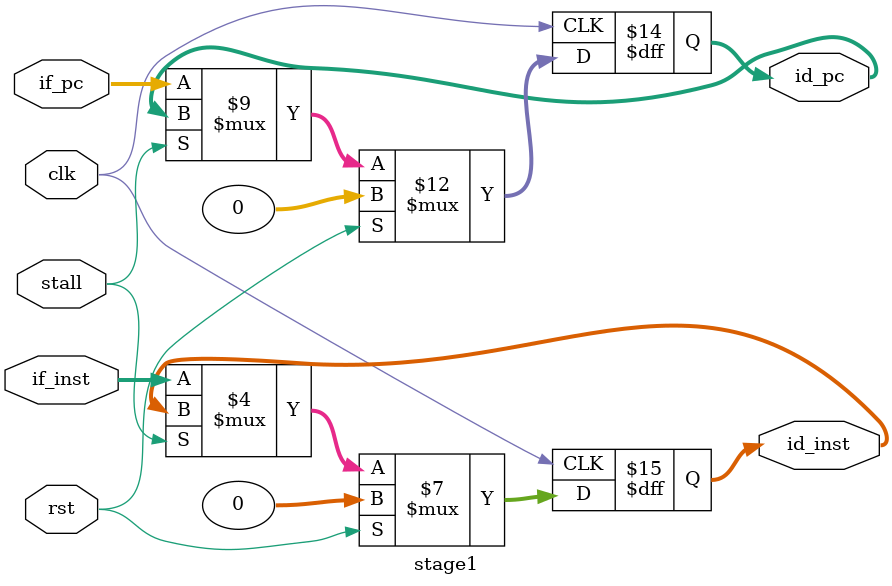
<source format=v>
/*
 * File:         e:\NSCSCC\GMIPS\thinpad_top.srcs\sources_1\GMIPS\stage1
 * Project:      e:\NSCSCC\GMIPS\thinpad_top.srcs\sources_1\GMIPS
 * Created Date: 2024-07-12 09:58:05
 * Author:       Tommy Gong
 * description:  
 * ----------------------------------------------------
 * Last Modified: 2024-07-12 10:01:21
 */

module stage1 (
    input wire clk,
    input wire rst,

    input wire [31:0] if_pc,
    input wire [31:0] if_inst,

    output reg [31:0] id_pc,
    output reg [31:0] id_inst,

    input wire stall  //流水线暂停
);

  always @(posedge clk) begin
    if (rst == 1'b1) begin
      id_pc   <= 32'h00000000;
      id_inst <= 32'h00000000;
    end else if (stall == 1'b0) begin
      id_pc   <= if_pc;
      id_inst <= if_inst;
    end
  end

endmodule

</source>
